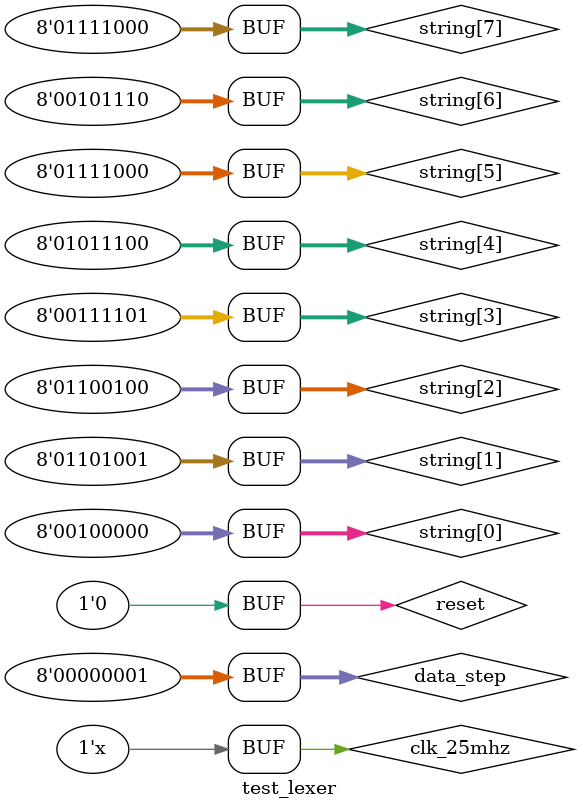
<source format=v>
`timescale 1ns / 1ps


module test_lexer;

    // Inputs
    reg clk_25mhz;
    reg reset;
    reg [7:0] data_in;
    reg [7:0] data_step;

    // Outputs
    wire [31:0] data_out;

    // Instantiate the Unit Under Test (UUT)
    model_lexer uut (
        .clk_25mhz(clk_25mhz), 
        .reset(reset), 
        .data_in(data_in), 
        .data_step(data_step), 
        .data_out(data_out)
    );

    initial begin
        // Initialize Inputs
        clk_25mhz = 0;
        reset = 1;
        data_step = 0;

        // Wait 100 ns for global reset to finish
        #100;
        
        // Add stimulus here
        reset = 0;
        data_step = 1;
    end
      
    always begin
        clk_25mhz<=~clk_25mhz;
        #50;
    end
    
    reg [7:0] counter;
    initial begin
        counter <= 8'b0;
    end
    wire [7:0] token;
    assign token = data_out[7:0]<8 ? data_out[7:0]+48 : data_out[7:0];

    // let str="    (\\xxx.xxx) yyy" in sequence_ $ map putStr $ ["parameter max_size = ",(show (length str)),";\nwire [7:0] string [0:max_size-1];\n/*",str,"*/\n"] ++ ([("assign string[" ++ show (fst t) ++ "] = " ++ "8'd" ++ show (ord (snd t)) ++ ";\n") | t<-zip [0..] str])
    parameter max_size = 8;
    wire [7:0] string [0:max_size-1];
    /* id=\x.x*/
    assign string[0] = 8'd32;
    assign string[1] = 8'd105;
    assign string[2] = 8'd100;
    assign string[3] = 8'd61;
    assign string[4] = 8'd92;
    assign string[5] = 8'd120;
    assign string[6] = 8'd46;
    assign string[7] = 8'd120;

    always @(posedge clk_25mhz or posedge reset) begin
        if(reset) begin
            counter <= 8'b0;
        end else begin
            if(counter<max_size) begin
                data_in<=string[counter];
                counter<=counter+1;
            end else begin
                data_in<=0;
            end
        end
    end

endmodule

</source>
